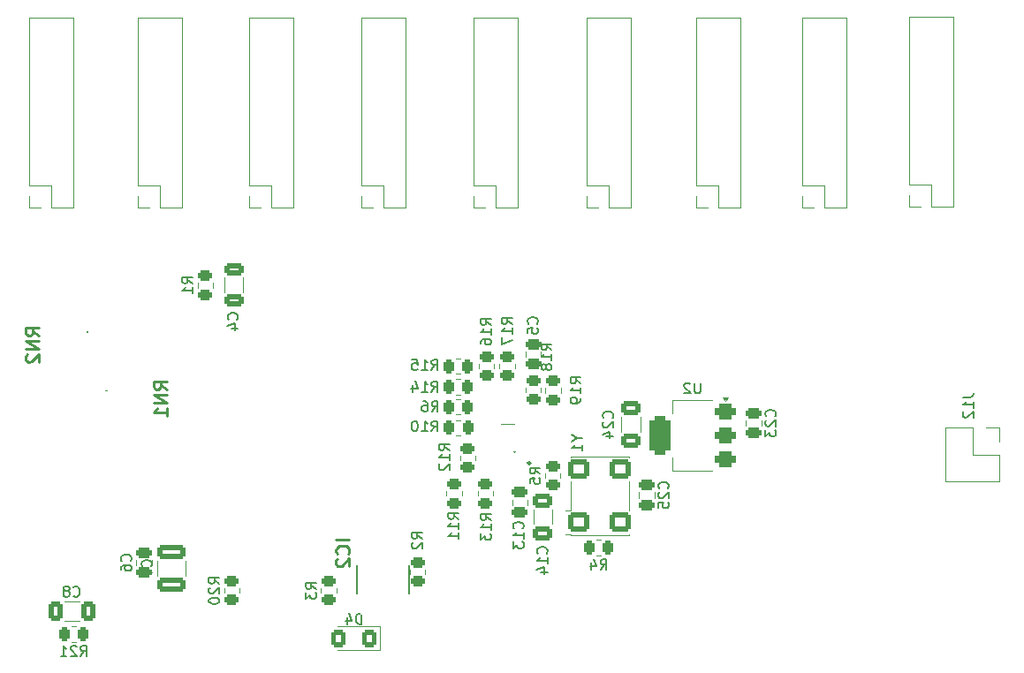
<source format=gbr>
%TF.GenerationSoftware,KiCad,Pcbnew,9.0.4*%
%TF.CreationDate,2025-10-14T22:23:38+02:00*%
%TF.ProjectId,Antminer_hat_PCB,416e746d-696e-4657-925f-6861745f5043,rev?*%
%TF.SameCoordinates,Original*%
%TF.FileFunction,Legend,Bot*%
%TF.FilePolarity,Positive*%
%FSLAX46Y46*%
G04 Gerber Fmt 4.6, Leading zero omitted, Abs format (unit mm)*
G04 Created by KiCad (PCBNEW 9.0.4) date 2025-10-14 22:23:38*
%MOMM*%
%LPD*%
G01*
G04 APERTURE LIST*
G04 Aperture macros list*
%AMRoundRect*
0 Rectangle with rounded corners*
0 $1 Rounding radius*
0 $2 $3 $4 $5 $6 $7 $8 $9 X,Y pos of 4 corners*
0 Add a 4 corners polygon primitive as box body*
4,1,4,$2,$3,$4,$5,$6,$7,$8,$9,$2,$3,0*
0 Add four circle primitives for the rounded corners*
1,1,$1+$1,$2,$3*
1,1,$1+$1,$4,$5*
1,1,$1+$1,$6,$7*
1,1,$1+$1,$8,$9*
0 Add four rect primitives between the rounded corners*
20,1,$1+$1,$2,$3,$4,$5,0*
20,1,$1+$1,$4,$5,$6,$7,0*
20,1,$1+$1,$6,$7,$8,$9,0*
20,1,$1+$1,$8,$9,$2,$3,0*%
G04 Aperture macros list end*
%ADD10C,0.254000*%
%ADD11C,0.150000*%
%ADD12C,0.100000*%
%ADD13C,0.120000*%
%ADD14C,0.152400*%
%ADD15C,0.250000*%
%ADD16C,0.650000*%
%ADD17O,2.100000X1.000000*%
%ADD18O,1.800000X1.000000*%
%ADD19R,1.700000X1.700000*%
%ADD20C,1.700000*%
%ADD21C,1.420000*%
%ADD22C,2.050000*%
%ADD23O,3.300000X1.500000*%
%ADD24O,2.300000X1.500000*%
%ADD25C,3.500000*%
%ADD26R,1.905000X2.000000*%
%ADD27O,1.905000X2.000000*%
%ADD28R,0.900000X0.450000*%
%ADD29RoundRect,0.250000X0.450000X-0.262500X0.450000X0.262500X-0.450000X0.262500X-0.450000X-0.262500X0*%
%ADD30RoundRect,0.250000X0.475000X-0.250000X0.475000X0.250000X-0.475000X0.250000X-0.475000X-0.250000X0*%
%ADD31RoundRect,0.250000X-0.450000X0.262500X-0.450000X-0.262500X0.450000X-0.262500X0.450000X0.262500X0*%
%ADD32RoundRect,0.250000X0.262500X0.450000X-0.262500X0.450000X-0.262500X-0.450000X0.262500X-0.450000X0*%
%ADD33RoundRect,0.250000X-0.650000X0.325000X-0.650000X-0.325000X0.650000X-0.325000X0.650000X0.325000X0*%
%ADD34RoundRect,0.250000X-0.475000X0.250000X-0.475000X-0.250000X0.475000X-0.250000X0.475000X0.250000X0*%
%ADD35R,1.350000X1.350000*%
%ADD36C,1.350000*%
%ADD37RoundRect,0.250000X0.650000X-0.412500X0.650000X0.412500X-0.650000X0.412500X-0.650000X-0.412500X0*%
%ADD38R,0.558800X1.981200*%
%ADD39RoundRect,0.250000X-1.100000X0.412500X-1.100000X-0.412500X1.100000X-0.412500X1.100000X0.412500X0*%
%ADD40RoundRect,0.250000X0.412500X0.650000X-0.412500X0.650000X-0.412500X-0.650000X0.412500X-0.650000X0*%
%ADD41RoundRect,0.250000X0.750000X-0.650000X0.750000X0.650000X-0.750000X0.650000X-0.750000X-0.650000X0*%
%ADD42RoundRect,0.250000X-0.262500X-0.450000X0.262500X-0.450000X0.262500X0.450000X-0.262500X0.450000X0*%
%ADD43RoundRect,0.375000X0.625000X0.375000X-0.625000X0.375000X-0.625000X-0.375000X0.625000X-0.375000X0*%
%ADD44RoundRect,0.500000X0.500000X1.400000X-0.500000X1.400000X-0.500000X-1.400000X0.500000X-1.400000X0*%
%ADD45RoundRect,0.250001X0.462499X0.624999X-0.462499X0.624999X-0.462499X-0.624999X0.462499X-0.624999X0*%
%ADD46R,0.300000X0.900000*%
%ADD47R,0.900000X0.300000*%
%ADD48R,2.600000X2.600000*%
%ADD49RoundRect,0.250000X-0.650000X0.412500X-0.650000X-0.412500X0.650000X-0.412500X0.650000X0.412500X0*%
%ADD50C,7.000000*%
G04 APERTURE END LIST*
D10*
X27324318Y-79373095D02*
X26719556Y-78949761D01*
X27324318Y-78647380D02*
X26054318Y-78647380D01*
X26054318Y-78647380D02*
X26054318Y-79131190D01*
X26054318Y-79131190D02*
X26114794Y-79252142D01*
X26114794Y-79252142D02*
X26175270Y-79312619D01*
X26175270Y-79312619D02*
X26296222Y-79373095D01*
X26296222Y-79373095D02*
X26477651Y-79373095D01*
X26477651Y-79373095D02*
X26598603Y-79312619D01*
X26598603Y-79312619D02*
X26659080Y-79252142D01*
X26659080Y-79252142D02*
X26719556Y-79131190D01*
X26719556Y-79131190D02*
X26719556Y-78647380D01*
X27324318Y-79917380D02*
X26054318Y-79917380D01*
X26054318Y-79917380D02*
X27324318Y-80643095D01*
X27324318Y-80643095D02*
X26054318Y-80643095D01*
X26175270Y-81187380D02*
X26114794Y-81247856D01*
X26114794Y-81247856D02*
X26054318Y-81368809D01*
X26054318Y-81368809D02*
X26054318Y-81671190D01*
X26054318Y-81671190D02*
X26114794Y-81792142D01*
X26114794Y-81792142D02*
X26175270Y-81852618D01*
X26175270Y-81852618D02*
X26296222Y-81913095D01*
X26296222Y-81913095D02*
X26417175Y-81913095D01*
X26417175Y-81913095D02*
X26598603Y-81852618D01*
X26598603Y-81852618D02*
X27324318Y-81126904D01*
X27324318Y-81126904D02*
X27324318Y-81913095D01*
D11*
X64054819Y-98833333D02*
X63578628Y-98500000D01*
X64054819Y-98261905D02*
X63054819Y-98261905D01*
X63054819Y-98261905D02*
X63054819Y-98642857D01*
X63054819Y-98642857D02*
X63102438Y-98738095D01*
X63102438Y-98738095D02*
X63150057Y-98785714D01*
X63150057Y-98785714D02*
X63245295Y-98833333D01*
X63245295Y-98833333D02*
X63388152Y-98833333D01*
X63388152Y-98833333D02*
X63483390Y-98785714D01*
X63483390Y-98785714D02*
X63531009Y-98738095D01*
X63531009Y-98738095D02*
X63578628Y-98642857D01*
X63578628Y-98642857D02*
X63578628Y-98261905D01*
X63150057Y-99214286D02*
X63102438Y-99261905D01*
X63102438Y-99261905D02*
X63054819Y-99357143D01*
X63054819Y-99357143D02*
X63054819Y-99595238D01*
X63054819Y-99595238D02*
X63102438Y-99690476D01*
X63102438Y-99690476D02*
X63150057Y-99738095D01*
X63150057Y-99738095D02*
X63245295Y-99785714D01*
X63245295Y-99785714D02*
X63340533Y-99785714D01*
X63340533Y-99785714D02*
X63483390Y-99738095D01*
X63483390Y-99738095D02*
X64054819Y-99166667D01*
X64054819Y-99166667D02*
X64054819Y-99785714D01*
X97839580Y-87107142D02*
X97887200Y-87059523D01*
X97887200Y-87059523D02*
X97934819Y-86916666D01*
X97934819Y-86916666D02*
X97934819Y-86821428D01*
X97934819Y-86821428D02*
X97887200Y-86678571D01*
X97887200Y-86678571D02*
X97791961Y-86583333D01*
X97791961Y-86583333D02*
X97696723Y-86535714D01*
X97696723Y-86535714D02*
X97506247Y-86488095D01*
X97506247Y-86488095D02*
X97363390Y-86488095D01*
X97363390Y-86488095D02*
X97172914Y-86535714D01*
X97172914Y-86535714D02*
X97077676Y-86583333D01*
X97077676Y-86583333D02*
X96982438Y-86678571D01*
X96982438Y-86678571D02*
X96934819Y-86821428D01*
X96934819Y-86821428D02*
X96934819Y-86916666D01*
X96934819Y-86916666D02*
X96982438Y-87059523D01*
X96982438Y-87059523D02*
X97030057Y-87107142D01*
X97030057Y-87488095D02*
X96982438Y-87535714D01*
X96982438Y-87535714D02*
X96934819Y-87630952D01*
X96934819Y-87630952D02*
X96934819Y-87869047D01*
X96934819Y-87869047D02*
X96982438Y-87964285D01*
X96982438Y-87964285D02*
X97030057Y-88011904D01*
X97030057Y-88011904D02*
X97125295Y-88059523D01*
X97125295Y-88059523D02*
X97220533Y-88059523D01*
X97220533Y-88059523D02*
X97363390Y-88011904D01*
X97363390Y-88011904D02*
X97934819Y-87440476D01*
X97934819Y-87440476D02*
X97934819Y-88059523D01*
X96934819Y-88392857D02*
X96934819Y-89011904D01*
X96934819Y-89011904D02*
X97315771Y-88678571D01*
X97315771Y-88678571D02*
X97315771Y-88821428D01*
X97315771Y-88821428D02*
X97363390Y-88916666D01*
X97363390Y-88916666D02*
X97411009Y-88964285D01*
X97411009Y-88964285D02*
X97506247Y-89011904D01*
X97506247Y-89011904D02*
X97744342Y-89011904D01*
X97744342Y-89011904D02*
X97839580Y-88964285D01*
X97839580Y-88964285D02*
X97887200Y-88916666D01*
X97887200Y-88916666D02*
X97934819Y-88821428D01*
X97934819Y-88821428D02*
X97934819Y-88535714D01*
X97934819Y-88535714D02*
X97887200Y-88440476D01*
X97887200Y-88440476D02*
X97839580Y-88392857D01*
X44604819Y-103169642D02*
X44128628Y-102836309D01*
X44604819Y-102598214D02*
X43604819Y-102598214D01*
X43604819Y-102598214D02*
X43604819Y-102979166D01*
X43604819Y-102979166D02*
X43652438Y-103074404D01*
X43652438Y-103074404D02*
X43700057Y-103122023D01*
X43700057Y-103122023D02*
X43795295Y-103169642D01*
X43795295Y-103169642D02*
X43938152Y-103169642D01*
X43938152Y-103169642D02*
X44033390Y-103122023D01*
X44033390Y-103122023D02*
X44081009Y-103074404D01*
X44081009Y-103074404D02*
X44128628Y-102979166D01*
X44128628Y-102979166D02*
X44128628Y-102598214D01*
X43700057Y-103550595D02*
X43652438Y-103598214D01*
X43652438Y-103598214D02*
X43604819Y-103693452D01*
X43604819Y-103693452D02*
X43604819Y-103931547D01*
X43604819Y-103931547D02*
X43652438Y-104026785D01*
X43652438Y-104026785D02*
X43700057Y-104074404D01*
X43700057Y-104074404D02*
X43795295Y-104122023D01*
X43795295Y-104122023D02*
X43890533Y-104122023D01*
X43890533Y-104122023D02*
X44033390Y-104074404D01*
X44033390Y-104074404D02*
X44604819Y-103502976D01*
X44604819Y-103502976D02*
X44604819Y-104122023D01*
X43604819Y-104741071D02*
X43604819Y-104836309D01*
X43604819Y-104836309D02*
X43652438Y-104931547D01*
X43652438Y-104931547D02*
X43700057Y-104979166D01*
X43700057Y-104979166D02*
X43795295Y-105026785D01*
X43795295Y-105026785D02*
X43985771Y-105074404D01*
X43985771Y-105074404D02*
X44223866Y-105074404D01*
X44223866Y-105074404D02*
X44414342Y-105026785D01*
X44414342Y-105026785D02*
X44509580Y-104979166D01*
X44509580Y-104979166D02*
X44557200Y-104931547D01*
X44557200Y-104931547D02*
X44604819Y-104836309D01*
X44604819Y-104836309D02*
X44604819Y-104741071D01*
X44604819Y-104741071D02*
X44557200Y-104645833D01*
X44557200Y-104645833D02*
X44509580Y-104598214D01*
X44509580Y-104598214D02*
X44414342Y-104550595D01*
X44414342Y-104550595D02*
X44223866Y-104502976D01*
X44223866Y-104502976D02*
X43985771Y-104502976D01*
X43985771Y-104502976D02*
X43795295Y-104550595D01*
X43795295Y-104550595D02*
X43700057Y-104598214D01*
X43700057Y-104598214D02*
X43652438Y-104645833D01*
X43652438Y-104645833D02*
X43604819Y-104741071D01*
X64942857Y-82654819D02*
X65276190Y-82178628D01*
X65514285Y-82654819D02*
X65514285Y-81654819D01*
X65514285Y-81654819D02*
X65133333Y-81654819D01*
X65133333Y-81654819D02*
X65038095Y-81702438D01*
X65038095Y-81702438D02*
X64990476Y-81750057D01*
X64990476Y-81750057D02*
X64942857Y-81845295D01*
X64942857Y-81845295D02*
X64942857Y-81988152D01*
X64942857Y-81988152D02*
X64990476Y-82083390D01*
X64990476Y-82083390D02*
X65038095Y-82131009D01*
X65038095Y-82131009D02*
X65133333Y-82178628D01*
X65133333Y-82178628D02*
X65514285Y-82178628D01*
X63990476Y-82654819D02*
X64561904Y-82654819D01*
X64276190Y-82654819D02*
X64276190Y-81654819D01*
X64276190Y-81654819D02*
X64371428Y-81797676D01*
X64371428Y-81797676D02*
X64466666Y-81892914D01*
X64466666Y-81892914D02*
X64561904Y-81940533D01*
X63085714Y-81654819D02*
X63561904Y-81654819D01*
X63561904Y-81654819D02*
X63609523Y-82131009D01*
X63609523Y-82131009D02*
X63561904Y-82083390D01*
X63561904Y-82083390D02*
X63466666Y-82035771D01*
X63466666Y-82035771D02*
X63228571Y-82035771D01*
X63228571Y-82035771D02*
X63133333Y-82083390D01*
X63133333Y-82083390D02*
X63085714Y-82131009D01*
X63085714Y-82131009D02*
X63038095Y-82226247D01*
X63038095Y-82226247D02*
X63038095Y-82464342D01*
X63038095Y-82464342D02*
X63085714Y-82559580D01*
X63085714Y-82559580D02*
X63133333Y-82607200D01*
X63133333Y-82607200D02*
X63228571Y-82654819D01*
X63228571Y-82654819D02*
X63466666Y-82654819D01*
X63466666Y-82654819D02*
X63561904Y-82607200D01*
X63561904Y-82607200D02*
X63609523Y-82559580D01*
X75354819Y-92620833D02*
X74878628Y-92287500D01*
X75354819Y-92049405D02*
X74354819Y-92049405D01*
X74354819Y-92049405D02*
X74354819Y-92430357D01*
X74354819Y-92430357D02*
X74402438Y-92525595D01*
X74402438Y-92525595D02*
X74450057Y-92573214D01*
X74450057Y-92573214D02*
X74545295Y-92620833D01*
X74545295Y-92620833D02*
X74688152Y-92620833D01*
X74688152Y-92620833D02*
X74783390Y-92573214D01*
X74783390Y-92573214D02*
X74831009Y-92525595D01*
X74831009Y-92525595D02*
X74878628Y-92430357D01*
X74878628Y-92430357D02*
X74878628Y-92049405D01*
X74354819Y-93525595D02*
X74354819Y-93049405D01*
X74354819Y-93049405D02*
X74831009Y-93001786D01*
X74831009Y-93001786D02*
X74783390Y-93049405D01*
X74783390Y-93049405D02*
X74735771Y-93144643D01*
X74735771Y-93144643D02*
X74735771Y-93382738D01*
X74735771Y-93382738D02*
X74783390Y-93477976D01*
X74783390Y-93477976D02*
X74831009Y-93525595D01*
X74831009Y-93525595D02*
X74926247Y-93573214D01*
X74926247Y-93573214D02*
X75164342Y-93573214D01*
X75164342Y-93573214D02*
X75259580Y-93525595D01*
X75259580Y-93525595D02*
X75307200Y-93477976D01*
X75307200Y-93477976D02*
X75354819Y-93382738D01*
X75354819Y-93382738D02*
X75354819Y-93144643D01*
X75354819Y-93144643D02*
X75307200Y-93049405D01*
X75307200Y-93049405D02*
X75259580Y-93001786D01*
D10*
X39574318Y-84523095D02*
X38969556Y-84099761D01*
X39574318Y-83797380D02*
X38304318Y-83797380D01*
X38304318Y-83797380D02*
X38304318Y-84281190D01*
X38304318Y-84281190D02*
X38364794Y-84402142D01*
X38364794Y-84402142D02*
X38425270Y-84462619D01*
X38425270Y-84462619D02*
X38546222Y-84523095D01*
X38546222Y-84523095D02*
X38727651Y-84523095D01*
X38727651Y-84523095D02*
X38848603Y-84462619D01*
X38848603Y-84462619D02*
X38909080Y-84402142D01*
X38909080Y-84402142D02*
X38969556Y-84281190D01*
X38969556Y-84281190D02*
X38969556Y-83797380D01*
X39574318Y-85067380D02*
X38304318Y-85067380D01*
X38304318Y-85067380D02*
X39574318Y-85793095D01*
X39574318Y-85793095D02*
X38304318Y-85793095D01*
X39574318Y-87063095D02*
X39574318Y-86337380D01*
X39574318Y-86700237D02*
X38304318Y-86700237D01*
X38304318Y-86700237D02*
X38485746Y-86579285D01*
X38485746Y-86579285D02*
X38606699Y-86458333D01*
X38606699Y-86458333D02*
X38667175Y-86337380D01*
D11*
X46309580Y-77833333D02*
X46357200Y-77785714D01*
X46357200Y-77785714D02*
X46404819Y-77642857D01*
X46404819Y-77642857D02*
X46404819Y-77547619D01*
X46404819Y-77547619D02*
X46357200Y-77404762D01*
X46357200Y-77404762D02*
X46261961Y-77309524D01*
X46261961Y-77309524D02*
X46166723Y-77261905D01*
X46166723Y-77261905D02*
X45976247Y-77214286D01*
X45976247Y-77214286D02*
X45833390Y-77214286D01*
X45833390Y-77214286D02*
X45642914Y-77261905D01*
X45642914Y-77261905D02*
X45547676Y-77309524D01*
X45547676Y-77309524D02*
X45452438Y-77404762D01*
X45452438Y-77404762D02*
X45404819Y-77547619D01*
X45404819Y-77547619D02*
X45404819Y-77642857D01*
X45404819Y-77642857D02*
X45452438Y-77785714D01*
X45452438Y-77785714D02*
X45500057Y-77833333D01*
X45738152Y-78690476D02*
X46404819Y-78690476D01*
X45357200Y-78452381D02*
X46071485Y-78214286D01*
X46071485Y-78214286D02*
X46071485Y-78833333D01*
X64966666Y-86654819D02*
X65299999Y-86178628D01*
X65538094Y-86654819D02*
X65538094Y-85654819D01*
X65538094Y-85654819D02*
X65157142Y-85654819D01*
X65157142Y-85654819D02*
X65061904Y-85702438D01*
X65061904Y-85702438D02*
X65014285Y-85750057D01*
X65014285Y-85750057D02*
X64966666Y-85845295D01*
X64966666Y-85845295D02*
X64966666Y-85988152D01*
X64966666Y-85988152D02*
X65014285Y-86083390D01*
X65014285Y-86083390D02*
X65061904Y-86131009D01*
X65061904Y-86131009D02*
X65157142Y-86178628D01*
X65157142Y-86178628D02*
X65538094Y-86178628D01*
X64109523Y-85654819D02*
X64299999Y-85654819D01*
X64299999Y-85654819D02*
X64395237Y-85702438D01*
X64395237Y-85702438D02*
X64442856Y-85750057D01*
X64442856Y-85750057D02*
X64538094Y-85892914D01*
X64538094Y-85892914D02*
X64585713Y-86083390D01*
X64585713Y-86083390D02*
X64585713Y-86464342D01*
X64585713Y-86464342D02*
X64538094Y-86559580D01*
X64538094Y-86559580D02*
X64490475Y-86607200D01*
X64490475Y-86607200D02*
X64395237Y-86654819D01*
X64395237Y-86654819D02*
X64204761Y-86654819D01*
X64204761Y-86654819D02*
X64109523Y-86607200D01*
X64109523Y-86607200D02*
X64061904Y-86559580D01*
X64061904Y-86559580D02*
X64014285Y-86464342D01*
X64014285Y-86464342D02*
X64014285Y-86226247D01*
X64014285Y-86226247D02*
X64061904Y-86131009D01*
X64061904Y-86131009D02*
X64109523Y-86083390D01*
X64109523Y-86083390D02*
X64204761Y-86035771D01*
X64204761Y-86035771D02*
X64395237Y-86035771D01*
X64395237Y-86035771D02*
X64490475Y-86083390D01*
X64490475Y-86083390D02*
X64538094Y-86131009D01*
X64538094Y-86131009D02*
X64585713Y-86226247D01*
X76454819Y-80757142D02*
X75978628Y-80423809D01*
X76454819Y-80185714D02*
X75454819Y-80185714D01*
X75454819Y-80185714D02*
X75454819Y-80566666D01*
X75454819Y-80566666D02*
X75502438Y-80661904D01*
X75502438Y-80661904D02*
X75550057Y-80709523D01*
X75550057Y-80709523D02*
X75645295Y-80757142D01*
X75645295Y-80757142D02*
X75788152Y-80757142D01*
X75788152Y-80757142D02*
X75883390Y-80709523D01*
X75883390Y-80709523D02*
X75931009Y-80661904D01*
X75931009Y-80661904D02*
X75978628Y-80566666D01*
X75978628Y-80566666D02*
X75978628Y-80185714D01*
X76454819Y-81709523D02*
X76454819Y-81138095D01*
X76454819Y-81423809D02*
X75454819Y-81423809D01*
X75454819Y-81423809D02*
X75597676Y-81328571D01*
X75597676Y-81328571D02*
X75692914Y-81233333D01*
X75692914Y-81233333D02*
X75740533Y-81138095D01*
X75883390Y-82280952D02*
X75835771Y-82185714D01*
X75835771Y-82185714D02*
X75788152Y-82138095D01*
X75788152Y-82138095D02*
X75692914Y-82090476D01*
X75692914Y-82090476D02*
X75645295Y-82090476D01*
X75645295Y-82090476D02*
X75550057Y-82138095D01*
X75550057Y-82138095D02*
X75502438Y-82185714D01*
X75502438Y-82185714D02*
X75454819Y-82280952D01*
X75454819Y-82280952D02*
X75454819Y-82471428D01*
X75454819Y-82471428D02*
X75502438Y-82566666D01*
X75502438Y-82566666D02*
X75550057Y-82614285D01*
X75550057Y-82614285D02*
X75645295Y-82661904D01*
X75645295Y-82661904D02*
X75692914Y-82661904D01*
X75692914Y-82661904D02*
X75788152Y-82614285D01*
X75788152Y-82614285D02*
X75835771Y-82566666D01*
X75835771Y-82566666D02*
X75883390Y-82471428D01*
X75883390Y-82471428D02*
X75883390Y-82280952D01*
X75883390Y-82280952D02*
X75931009Y-82185714D01*
X75931009Y-82185714D02*
X75978628Y-82138095D01*
X75978628Y-82138095D02*
X76073866Y-82090476D01*
X76073866Y-82090476D02*
X76264342Y-82090476D01*
X76264342Y-82090476D02*
X76359580Y-82138095D01*
X76359580Y-82138095D02*
X76407200Y-82185714D01*
X76407200Y-82185714D02*
X76454819Y-82280952D01*
X76454819Y-82280952D02*
X76454819Y-82471428D01*
X76454819Y-82471428D02*
X76407200Y-82566666D01*
X76407200Y-82566666D02*
X76359580Y-82614285D01*
X76359580Y-82614285D02*
X76264342Y-82661904D01*
X76264342Y-82661904D02*
X76073866Y-82661904D01*
X76073866Y-82661904D02*
X75978628Y-82614285D01*
X75978628Y-82614285D02*
X75931009Y-82566666D01*
X75931009Y-82566666D02*
X75883390Y-82471428D01*
X36079580Y-100983333D02*
X36127200Y-100935714D01*
X36127200Y-100935714D02*
X36174819Y-100792857D01*
X36174819Y-100792857D02*
X36174819Y-100697619D01*
X36174819Y-100697619D02*
X36127200Y-100554762D01*
X36127200Y-100554762D02*
X36031961Y-100459524D01*
X36031961Y-100459524D02*
X35936723Y-100411905D01*
X35936723Y-100411905D02*
X35746247Y-100364286D01*
X35746247Y-100364286D02*
X35603390Y-100364286D01*
X35603390Y-100364286D02*
X35412914Y-100411905D01*
X35412914Y-100411905D02*
X35317676Y-100459524D01*
X35317676Y-100459524D02*
X35222438Y-100554762D01*
X35222438Y-100554762D02*
X35174819Y-100697619D01*
X35174819Y-100697619D02*
X35174819Y-100792857D01*
X35174819Y-100792857D02*
X35222438Y-100935714D01*
X35222438Y-100935714D02*
X35270057Y-100983333D01*
X35174819Y-101840476D02*
X35174819Y-101650000D01*
X35174819Y-101650000D02*
X35222438Y-101554762D01*
X35222438Y-101554762D02*
X35270057Y-101507143D01*
X35270057Y-101507143D02*
X35412914Y-101411905D01*
X35412914Y-101411905D02*
X35603390Y-101364286D01*
X35603390Y-101364286D02*
X35984342Y-101364286D01*
X35984342Y-101364286D02*
X36079580Y-101411905D01*
X36079580Y-101411905D02*
X36127200Y-101459524D01*
X36127200Y-101459524D02*
X36174819Y-101554762D01*
X36174819Y-101554762D02*
X36174819Y-101745238D01*
X36174819Y-101745238D02*
X36127200Y-101840476D01*
X36127200Y-101840476D02*
X36079580Y-101888095D01*
X36079580Y-101888095D02*
X35984342Y-101935714D01*
X35984342Y-101935714D02*
X35746247Y-101935714D01*
X35746247Y-101935714D02*
X35651009Y-101888095D01*
X35651009Y-101888095D02*
X35603390Y-101840476D01*
X35603390Y-101840476D02*
X35555771Y-101745238D01*
X35555771Y-101745238D02*
X35555771Y-101554762D01*
X35555771Y-101554762D02*
X35603390Y-101459524D01*
X35603390Y-101459524D02*
X35651009Y-101411905D01*
X35651009Y-101411905D02*
X35746247Y-101364286D01*
X64942857Y-84754819D02*
X65276190Y-84278628D01*
X65514285Y-84754819D02*
X65514285Y-83754819D01*
X65514285Y-83754819D02*
X65133333Y-83754819D01*
X65133333Y-83754819D02*
X65038095Y-83802438D01*
X65038095Y-83802438D02*
X64990476Y-83850057D01*
X64990476Y-83850057D02*
X64942857Y-83945295D01*
X64942857Y-83945295D02*
X64942857Y-84088152D01*
X64942857Y-84088152D02*
X64990476Y-84183390D01*
X64990476Y-84183390D02*
X65038095Y-84231009D01*
X65038095Y-84231009D02*
X65133333Y-84278628D01*
X65133333Y-84278628D02*
X65514285Y-84278628D01*
X63990476Y-84754819D02*
X64561904Y-84754819D01*
X64276190Y-84754819D02*
X64276190Y-83754819D01*
X64276190Y-83754819D02*
X64371428Y-83897676D01*
X64371428Y-83897676D02*
X64466666Y-83992914D01*
X64466666Y-83992914D02*
X64561904Y-84040533D01*
X63133333Y-84088152D02*
X63133333Y-84754819D01*
X63371428Y-83707200D02*
X63609523Y-84421485D01*
X63609523Y-84421485D02*
X62990476Y-84421485D01*
X115849819Y-85285476D02*
X116564104Y-85285476D01*
X116564104Y-85285476D02*
X116706961Y-85237857D01*
X116706961Y-85237857D02*
X116802200Y-85142619D01*
X116802200Y-85142619D02*
X116849819Y-84999762D01*
X116849819Y-84999762D02*
X116849819Y-84904524D01*
X116849819Y-86285476D02*
X116849819Y-85714048D01*
X116849819Y-85999762D02*
X115849819Y-85999762D01*
X115849819Y-85999762D02*
X115992676Y-85904524D01*
X115992676Y-85904524D02*
X116087914Y-85809286D01*
X116087914Y-85809286D02*
X116135533Y-85714048D01*
X115945057Y-86666429D02*
X115897438Y-86714048D01*
X115897438Y-86714048D02*
X115849819Y-86809286D01*
X115849819Y-86809286D02*
X115849819Y-87047381D01*
X115849819Y-87047381D02*
X115897438Y-87142619D01*
X115897438Y-87142619D02*
X115945057Y-87190238D01*
X115945057Y-87190238D02*
X116040295Y-87237857D01*
X116040295Y-87237857D02*
X116135533Y-87237857D01*
X116135533Y-87237857D02*
X116278390Y-87190238D01*
X116278390Y-87190238D02*
X116849819Y-86618810D01*
X116849819Y-86618810D02*
X116849819Y-87237857D01*
X82259580Y-87257142D02*
X82307200Y-87209523D01*
X82307200Y-87209523D02*
X82354819Y-87066666D01*
X82354819Y-87066666D02*
X82354819Y-86971428D01*
X82354819Y-86971428D02*
X82307200Y-86828571D01*
X82307200Y-86828571D02*
X82211961Y-86733333D01*
X82211961Y-86733333D02*
X82116723Y-86685714D01*
X82116723Y-86685714D02*
X81926247Y-86638095D01*
X81926247Y-86638095D02*
X81783390Y-86638095D01*
X81783390Y-86638095D02*
X81592914Y-86685714D01*
X81592914Y-86685714D02*
X81497676Y-86733333D01*
X81497676Y-86733333D02*
X81402438Y-86828571D01*
X81402438Y-86828571D02*
X81354819Y-86971428D01*
X81354819Y-86971428D02*
X81354819Y-87066666D01*
X81354819Y-87066666D02*
X81402438Y-87209523D01*
X81402438Y-87209523D02*
X81450057Y-87257142D01*
X81450057Y-87638095D02*
X81402438Y-87685714D01*
X81402438Y-87685714D02*
X81354819Y-87780952D01*
X81354819Y-87780952D02*
X81354819Y-88019047D01*
X81354819Y-88019047D02*
X81402438Y-88114285D01*
X81402438Y-88114285D02*
X81450057Y-88161904D01*
X81450057Y-88161904D02*
X81545295Y-88209523D01*
X81545295Y-88209523D02*
X81640533Y-88209523D01*
X81640533Y-88209523D02*
X81783390Y-88161904D01*
X81783390Y-88161904D02*
X82354819Y-87590476D01*
X82354819Y-87590476D02*
X82354819Y-88209523D01*
X81688152Y-89066666D02*
X82354819Y-89066666D01*
X81307200Y-88828571D02*
X82021485Y-88590476D01*
X82021485Y-88590476D02*
X82021485Y-89209523D01*
X67554819Y-96957142D02*
X67078628Y-96623809D01*
X67554819Y-96385714D02*
X66554819Y-96385714D01*
X66554819Y-96385714D02*
X66554819Y-96766666D01*
X66554819Y-96766666D02*
X66602438Y-96861904D01*
X66602438Y-96861904D02*
X66650057Y-96909523D01*
X66650057Y-96909523D02*
X66745295Y-96957142D01*
X66745295Y-96957142D02*
X66888152Y-96957142D01*
X66888152Y-96957142D02*
X66983390Y-96909523D01*
X66983390Y-96909523D02*
X67031009Y-96861904D01*
X67031009Y-96861904D02*
X67078628Y-96766666D01*
X67078628Y-96766666D02*
X67078628Y-96385714D01*
X67554819Y-97909523D02*
X67554819Y-97338095D01*
X67554819Y-97623809D02*
X66554819Y-97623809D01*
X66554819Y-97623809D02*
X66697676Y-97528571D01*
X66697676Y-97528571D02*
X66792914Y-97433333D01*
X66792914Y-97433333D02*
X66840533Y-97338095D01*
X67554819Y-98861904D02*
X67554819Y-98290476D01*
X67554819Y-98576190D02*
X66554819Y-98576190D01*
X66554819Y-98576190D02*
X66697676Y-98480952D01*
X66697676Y-98480952D02*
X66792914Y-98385714D01*
X66792914Y-98385714D02*
X66840533Y-98290476D01*
D10*
X57074318Y-98960237D02*
X55804318Y-98960237D01*
X56953365Y-100290714D02*
X57013842Y-100230238D01*
X57013842Y-100230238D02*
X57074318Y-100048809D01*
X57074318Y-100048809D02*
X57074318Y-99927857D01*
X57074318Y-99927857D02*
X57013842Y-99746428D01*
X57013842Y-99746428D02*
X56892889Y-99625476D01*
X56892889Y-99625476D02*
X56771937Y-99564999D01*
X56771937Y-99564999D02*
X56530032Y-99504523D01*
X56530032Y-99504523D02*
X56348603Y-99504523D01*
X56348603Y-99504523D02*
X56106699Y-99564999D01*
X56106699Y-99564999D02*
X55985746Y-99625476D01*
X55985746Y-99625476D02*
X55864794Y-99746428D01*
X55864794Y-99746428D02*
X55804318Y-99927857D01*
X55804318Y-99927857D02*
X55804318Y-100048809D01*
X55804318Y-100048809D02*
X55864794Y-100230238D01*
X55864794Y-100230238D02*
X55925270Y-100290714D01*
X55925270Y-100774523D02*
X55864794Y-100834999D01*
X55864794Y-100834999D02*
X55804318Y-100955952D01*
X55804318Y-100955952D02*
X55804318Y-101258333D01*
X55804318Y-101258333D02*
X55864794Y-101379285D01*
X55864794Y-101379285D02*
X55925270Y-101439761D01*
X55925270Y-101439761D02*
X56046222Y-101500238D01*
X56046222Y-101500238D02*
X56167175Y-101500238D01*
X56167175Y-101500238D02*
X56348603Y-101439761D01*
X56348603Y-101439761D02*
X57074318Y-100714047D01*
X57074318Y-100714047D02*
X57074318Y-101500238D01*
D11*
X70654819Y-97057142D02*
X70178628Y-96723809D01*
X70654819Y-96485714D02*
X69654819Y-96485714D01*
X69654819Y-96485714D02*
X69654819Y-96866666D01*
X69654819Y-96866666D02*
X69702438Y-96961904D01*
X69702438Y-96961904D02*
X69750057Y-97009523D01*
X69750057Y-97009523D02*
X69845295Y-97057142D01*
X69845295Y-97057142D02*
X69988152Y-97057142D01*
X69988152Y-97057142D02*
X70083390Y-97009523D01*
X70083390Y-97009523D02*
X70131009Y-96961904D01*
X70131009Y-96961904D02*
X70178628Y-96866666D01*
X70178628Y-96866666D02*
X70178628Y-96485714D01*
X70654819Y-98009523D02*
X70654819Y-97438095D01*
X70654819Y-97723809D02*
X69654819Y-97723809D01*
X69654819Y-97723809D02*
X69797676Y-97628571D01*
X69797676Y-97628571D02*
X69892914Y-97533333D01*
X69892914Y-97533333D02*
X69940533Y-97438095D01*
X69654819Y-98342857D02*
X69654819Y-98961904D01*
X69654819Y-98961904D02*
X70035771Y-98628571D01*
X70035771Y-98628571D02*
X70035771Y-98771428D01*
X70035771Y-98771428D02*
X70083390Y-98866666D01*
X70083390Y-98866666D02*
X70131009Y-98914285D01*
X70131009Y-98914285D02*
X70226247Y-98961904D01*
X70226247Y-98961904D02*
X70464342Y-98961904D01*
X70464342Y-98961904D02*
X70559580Y-98914285D01*
X70559580Y-98914285D02*
X70607200Y-98866666D01*
X70607200Y-98866666D02*
X70654819Y-98771428D01*
X70654819Y-98771428D02*
X70654819Y-98485714D01*
X70654819Y-98485714D02*
X70607200Y-98390476D01*
X70607200Y-98390476D02*
X70559580Y-98342857D01*
X38059580Y-101495833D02*
X38107200Y-101448214D01*
X38107200Y-101448214D02*
X38154819Y-101305357D01*
X38154819Y-101305357D02*
X38154819Y-101210119D01*
X38154819Y-101210119D02*
X38107200Y-101067262D01*
X38107200Y-101067262D02*
X38011961Y-100972024D01*
X38011961Y-100972024D02*
X37916723Y-100924405D01*
X37916723Y-100924405D02*
X37726247Y-100876786D01*
X37726247Y-100876786D02*
X37583390Y-100876786D01*
X37583390Y-100876786D02*
X37392914Y-100924405D01*
X37392914Y-100924405D02*
X37297676Y-100972024D01*
X37297676Y-100972024D02*
X37202438Y-101067262D01*
X37202438Y-101067262D02*
X37154819Y-101210119D01*
X37154819Y-101210119D02*
X37154819Y-101305357D01*
X37154819Y-101305357D02*
X37202438Y-101448214D01*
X37202438Y-101448214D02*
X37250057Y-101495833D01*
X37154819Y-101829167D02*
X37154819Y-102495833D01*
X37154819Y-102495833D02*
X38154819Y-102067262D01*
X30629166Y-104309580D02*
X30676785Y-104357200D01*
X30676785Y-104357200D02*
X30819642Y-104404819D01*
X30819642Y-104404819D02*
X30914880Y-104404819D01*
X30914880Y-104404819D02*
X31057737Y-104357200D01*
X31057737Y-104357200D02*
X31152975Y-104261961D01*
X31152975Y-104261961D02*
X31200594Y-104166723D01*
X31200594Y-104166723D02*
X31248213Y-103976247D01*
X31248213Y-103976247D02*
X31248213Y-103833390D01*
X31248213Y-103833390D02*
X31200594Y-103642914D01*
X31200594Y-103642914D02*
X31152975Y-103547676D01*
X31152975Y-103547676D02*
X31057737Y-103452438D01*
X31057737Y-103452438D02*
X30914880Y-103404819D01*
X30914880Y-103404819D02*
X30819642Y-103404819D01*
X30819642Y-103404819D02*
X30676785Y-103452438D01*
X30676785Y-103452438D02*
X30629166Y-103500057D01*
X30057737Y-103833390D02*
X30152975Y-103785771D01*
X30152975Y-103785771D02*
X30200594Y-103738152D01*
X30200594Y-103738152D02*
X30248213Y-103642914D01*
X30248213Y-103642914D02*
X30248213Y-103595295D01*
X30248213Y-103595295D02*
X30200594Y-103500057D01*
X30200594Y-103500057D02*
X30152975Y-103452438D01*
X30152975Y-103452438D02*
X30057737Y-103404819D01*
X30057737Y-103404819D02*
X29867261Y-103404819D01*
X29867261Y-103404819D02*
X29772023Y-103452438D01*
X29772023Y-103452438D02*
X29724404Y-103500057D01*
X29724404Y-103500057D02*
X29676785Y-103595295D01*
X29676785Y-103595295D02*
X29676785Y-103642914D01*
X29676785Y-103642914D02*
X29724404Y-103738152D01*
X29724404Y-103738152D02*
X29772023Y-103785771D01*
X29772023Y-103785771D02*
X29867261Y-103833390D01*
X29867261Y-103833390D02*
X30057737Y-103833390D01*
X30057737Y-103833390D02*
X30152975Y-103881009D01*
X30152975Y-103881009D02*
X30200594Y-103928628D01*
X30200594Y-103928628D02*
X30248213Y-104023866D01*
X30248213Y-104023866D02*
X30248213Y-104214342D01*
X30248213Y-104214342D02*
X30200594Y-104309580D01*
X30200594Y-104309580D02*
X30152975Y-104357200D01*
X30152975Y-104357200D02*
X30057737Y-104404819D01*
X30057737Y-104404819D02*
X29867261Y-104404819D01*
X29867261Y-104404819D02*
X29772023Y-104357200D01*
X29772023Y-104357200D02*
X29724404Y-104309580D01*
X29724404Y-104309580D02*
X29676785Y-104214342D01*
X29676785Y-104214342D02*
X29676785Y-104023866D01*
X29676785Y-104023866D02*
X29724404Y-103928628D01*
X29724404Y-103928628D02*
X29772023Y-103881009D01*
X29772023Y-103881009D02*
X29867261Y-103833390D01*
X78878628Y-89223809D02*
X79354819Y-89223809D01*
X78354819Y-88890476D02*
X78878628Y-89223809D01*
X78878628Y-89223809D02*
X78354819Y-89557142D01*
X79354819Y-90414285D02*
X79354819Y-89842857D01*
X79354819Y-90128571D02*
X78354819Y-90128571D01*
X78354819Y-90128571D02*
X78497676Y-90033333D01*
X78497676Y-90033333D02*
X78592914Y-89938095D01*
X78592914Y-89938095D02*
X78640533Y-89842857D01*
X64942857Y-88554819D02*
X65276190Y-88078628D01*
X65514285Y-88554819D02*
X65514285Y-87554819D01*
X65514285Y-87554819D02*
X65133333Y-87554819D01*
X65133333Y-87554819D02*
X65038095Y-87602438D01*
X65038095Y-87602438D02*
X64990476Y-87650057D01*
X64990476Y-87650057D02*
X64942857Y-87745295D01*
X64942857Y-87745295D02*
X64942857Y-87888152D01*
X64942857Y-87888152D02*
X64990476Y-87983390D01*
X64990476Y-87983390D02*
X65038095Y-88031009D01*
X65038095Y-88031009D02*
X65133333Y-88078628D01*
X65133333Y-88078628D02*
X65514285Y-88078628D01*
X63990476Y-88554819D02*
X64561904Y-88554819D01*
X64276190Y-88554819D02*
X64276190Y-87554819D01*
X64276190Y-87554819D02*
X64371428Y-87697676D01*
X64371428Y-87697676D02*
X64466666Y-87792914D01*
X64466666Y-87792914D02*
X64561904Y-87840533D01*
X63371428Y-87554819D02*
X63276190Y-87554819D01*
X63276190Y-87554819D02*
X63180952Y-87602438D01*
X63180952Y-87602438D02*
X63133333Y-87650057D01*
X63133333Y-87650057D02*
X63085714Y-87745295D01*
X63085714Y-87745295D02*
X63038095Y-87935771D01*
X63038095Y-87935771D02*
X63038095Y-88173866D01*
X63038095Y-88173866D02*
X63085714Y-88364342D01*
X63085714Y-88364342D02*
X63133333Y-88459580D01*
X63133333Y-88459580D02*
X63180952Y-88507200D01*
X63180952Y-88507200D02*
X63276190Y-88554819D01*
X63276190Y-88554819D02*
X63371428Y-88554819D01*
X63371428Y-88554819D02*
X63466666Y-88507200D01*
X63466666Y-88507200D02*
X63514285Y-88459580D01*
X63514285Y-88459580D02*
X63561904Y-88364342D01*
X63561904Y-88364342D02*
X63609523Y-88173866D01*
X63609523Y-88173866D02*
X63609523Y-87935771D01*
X63609523Y-87935771D02*
X63561904Y-87745295D01*
X63561904Y-87745295D02*
X63514285Y-87650057D01*
X63514285Y-87650057D02*
X63466666Y-87602438D01*
X63466666Y-87602438D02*
X63371428Y-87554819D01*
X42054819Y-74370833D02*
X41578628Y-74037500D01*
X42054819Y-73799405D02*
X41054819Y-73799405D01*
X41054819Y-73799405D02*
X41054819Y-74180357D01*
X41054819Y-74180357D02*
X41102438Y-74275595D01*
X41102438Y-74275595D02*
X41150057Y-74323214D01*
X41150057Y-74323214D02*
X41245295Y-74370833D01*
X41245295Y-74370833D02*
X41388152Y-74370833D01*
X41388152Y-74370833D02*
X41483390Y-74323214D01*
X41483390Y-74323214D02*
X41531009Y-74275595D01*
X41531009Y-74275595D02*
X41578628Y-74180357D01*
X41578628Y-74180357D02*
X41578628Y-73799405D01*
X42054819Y-75323214D02*
X42054819Y-74751786D01*
X42054819Y-75037500D02*
X41054819Y-75037500D01*
X41054819Y-75037500D02*
X41197676Y-74942262D01*
X41197676Y-74942262D02*
X41292914Y-74847024D01*
X41292914Y-74847024D02*
X41340533Y-74751786D01*
X70654819Y-78357142D02*
X70178628Y-78023809D01*
X70654819Y-77785714D02*
X69654819Y-77785714D01*
X69654819Y-77785714D02*
X69654819Y-78166666D01*
X69654819Y-78166666D02*
X69702438Y-78261904D01*
X69702438Y-78261904D02*
X69750057Y-78309523D01*
X69750057Y-78309523D02*
X69845295Y-78357142D01*
X69845295Y-78357142D02*
X69988152Y-78357142D01*
X69988152Y-78357142D02*
X70083390Y-78309523D01*
X70083390Y-78309523D02*
X70131009Y-78261904D01*
X70131009Y-78261904D02*
X70178628Y-78166666D01*
X70178628Y-78166666D02*
X70178628Y-77785714D01*
X70654819Y-79309523D02*
X70654819Y-78738095D01*
X70654819Y-79023809D02*
X69654819Y-79023809D01*
X69654819Y-79023809D02*
X69797676Y-78928571D01*
X69797676Y-78928571D02*
X69892914Y-78833333D01*
X69892914Y-78833333D02*
X69940533Y-78738095D01*
X69654819Y-80166666D02*
X69654819Y-79976190D01*
X69654819Y-79976190D02*
X69702438Y-79880952D01*
X69702438Y-79880952D02*
X69750057Y-79833333D01*
X69750057Y-79833333D02*
X69892914Y-79738095D01*
X69892914Y-79738095D02*
X70083390Y-79690476D01*
X70083390Y-79690476D02*
X70464342Y-79690476D01*
X70464342Y-79690476D02*
X70559580Y-79738095D01*
X70559580Y-79738095D02*
X70607200Y-79785714D01*
X70607200Y-79785714D02*
X70654819Y-79880952D01*
X70654819Y-79880952D02*
X70654819Y-80071428D01*
X70654819Y-80071428D02*
X70607200Y-80166666D01*
X70607200Y-80166666D02*
X70559580Y-80214285D01*
X70559580Y-80214285D02*
X70464342Y-80261904D01*
X70464342Y-80261904D02*
X70226247Y-80261904D01*
X70226247Y-80261904D02*
X70131009Y-80214285D01*
X70131009Y-80214285D02*
X70083390Y-80166666D01*
X70083390Y-80166666D02*
X70035771Y-80071428D01*
X70035771Y-80071428D02*
X70035771Y-79880952D01*
X70035771Y-79880952D02*
X70083390Y-79785714D01*
X70083390Y-79785714D02*
X70131009Y-79738095D01*
X70131009Y-79738095D02*
X70226247Y-79690476D01*
X53904819Y-103645833D02*
X53428628Y-103312500D01*
X53904819Y-103074405D02*
X52904819Y-103074405D01*
X52904819Y-103074405D02*
X52904819Y-103455357D01*
X52904819Y-103455357D02*
X52952438Y-103550595D01*
X52952438Y-103550595D02*
X53000057Y-103598214D01*
X53000057Y-103598214D02*
X53095295Y-103645833D01*
X53095295Y-103645833D02*
X53238152Y-103645833D01*
X53238152Y-103645833D02*
X53333390Y-103598214D01*
X53333390Y-103598214D02*
X53381009Y-103550595D01*
X53381009Y-103550595D02*
X53428628Y-103455357D01*
X53428628Y-103455357D02*
X53428628Y-103074405D01*
X52904819Y-103979167D02*
X52904819Y-104598214D01*
X52904819Y-104598214D02*
X53285771Y-104264881D01*
X53285771Y-104264881D02*
X53285771Y-104407738D01*
X53285771Y-104407738D02*
X53333390Y-104502976D01*
X53333390Y-104502976D02*
X53381009Y-104550595D01*
X53381009Y-104550595D02*
X53476247Y-104598214D01*
X53476247Y-104598214D02*
X53714342Y-104598214D01*
X53714342Y-104598214D02*
X53809580Y-104550595D01*
X53809580Y-104550595D02*
X53857200Y-104502976D01*
X53857200Y-104502976D02*
X53904819Y-104407738D01*
X53904819Y-104407738D02*
X53904819Y-104122024D01*
X53904819Y-104122024D02*
X53857200Y-104026786D01*
X53857200Y-104026786D02*
X53809580Y-103979167D01*
X75059580Y-78233333D02*
X75107200Y-78185714D01*
X75107200Y-78185714D02*
X75154819Y-78042857D01*
X75154819Y-78042857D02*
X75154819Y-77947619D01*
X75154819Y-77947619D02*
X75107200Y-77804762D01*
X75107200Y-77804762D02*
X75011961Y-77709524D01*
X75011961Y-77709524D02*
X74916723Y-77661905D01*
X74916723Y-77661905D02*
X74726247Y-77614286D01*
X74726247Y-77614286D02*
X74583390Y-77614286D01*
X74583390Y-77614286D02*
X74392914Y-77661905D01*
X74392914Y-77661905D02*
X74297676Y-77709524D01*
X74297676Y-77709524D02*
X74202438Y-77804762D01*
X74202438Y-77804762D02*
X74154819Y-77947619D01*
X74154819Y-77947619D02*
X74154819Y-78042857D01*
X74154819Y-78042857D02*
X74202438Y-78185714D01*
X74202438Y-78185714D02*
X74250057Y-78233333D01*
X74154819Y-79138095D02*
X74154819Y-78661905D01*
X74154819Y-78661905D02*
X74631009Y-78614286D01*
X74631009Y-78614286D02*
X74583390Y-78661905D01*
X74583390Y-78661905D02*
X74535771Y-78757143D01*
X74535771Y-78757143D02*
X74535771Y-78995238D01*
X74535771Y-78995238D02*
X74583390Y-79090476D01*
X74583390Y-79090476D02*
X74631009Y-79138095D01*
X74631009Y-79138095D02*
X74726247Y-79185714D01*
X74726247Y-79185714D02*
X74964342Y-79185714D01*
X74964342Y-79185714D02*
X75059580Y-79138095D01*
X75059580Y-79138095D02*
X75107200Y-79090476D01*
X75107200Y-79090476D02*
X75154819Y-78995238D01*
X75154819Y-78995238D02*
X75154819Y-78757143D01*
X75154819Y-78757143D02*
X75107200Y-78661905D01*
X75107200Y-78661905D02*
X75059580Y-78614286D01*
X73659580Y-97857142D02*
X73707200Y-97809523D01*
X73707200Y-97809523D02*
X73754819Y-97666666D01*
X73754819Y-97666666D02*
X73754819Y-97571428D01*
X73754819Y-97571428D02*
X73707200Y-97428571D01*
X73707200Y-97428571D02*
X73611961Y-97333333D01*
X73611961Y-97333333D02*
X73516723Y-97285714D01*
X73516723Y-97285714D02*
X73326247Y-97238095D01*
X73326247Y-97238095D02*
X73183390Y-97238095D01*
X73183390Y-97238095D02*
X72992914Y-97285714D01*
X72992914Y-97285714D02*
X72897676Y-97333333D01*
X72897676Y-97333333D02*
X72802438Y-97428571D01*
X72802438Y-97428571D02*
X72754819Y-97571428D01*
X72754819Y-97571428D02*
X72754819Y-97666666D01*
X72754819Y-97666666D02*
X72802438Y-97809523D01*
X72802438Y-97809523D02*
X72850057Y-97857142D01*
X73754819Y-98809523D02*
X73754819Y-98238095D01*
X73754819Y-98523809D02*
X72754819Y-98523809D01*
X72754819Y-98523809D02*
X72897676Y-98428571D01*
X72897676Y-98428571D02*
X72992914Y-98333333D01*
X72992914Y-98333333D02*
X73040533Y-98238095D01*
X72754819Y-99142857D02*
X72754819Y-99761904D01*
X72754819Y-99761904D02*
X73135771Y-99428571D01*
X73135771Y-99428571D02*
X73135771Y-99571428D01*
X73135771Y-99571428D02*
X73183390Y-99666666D01*
X73183390Y-99666666D02*
X73231009Y-99714285D01*
X73231009Y-99714285D02*
X73326247Y-99761904D01*
X73326247Y-99761904D02*
X73564342Y-99761904D01*
X73564342Y-99761904D02*
X73659580Y-99714285D01*
X73659580Y-99714285D02*
X73707200Y-99666666D01*
X73707200Y-99666666D02*
X73754819Y-99571428D01*
X73754819Y-99571428D02*
X73754819Y-99285714D01*
X73754819Y-99285714D02*
X73707200Y-99190476D01*
X73707200Y-99190476D02*
X73659580Y-99142857D01*
X79254819Y-83957142D02*
X78778628Y-83623809D01*
X79254819Y-83385714D02*
X78254819Y-83385714D01*
X78254819Y-83385714D02*
X78254819Y-83766666D01*
X78254819Y-83766666D02*
X78302438Y-83861904D01*
X78302438Y-83861904D02*
X78350057Y-83909523D01*
X78350057Y-83909523D02*
X78445295Y-83957142D01*
X78445295Y-83957142D02*
X78588152Y-83957142D01*
X78588152Y-83957142D02*
X78683390Y-83909523D01*
X78683390Y-83909523D02*
X78731009Y-83861904D01*
X78731009Y-83861904D02*
X78778628Y-83766666D01*
X78778628Y-83766666D02*
X78778628Y-83385714D01*
X79254819Y-84909523D02*
X79254819Y-84338095D01*
X79254819Y-84623809D02*
X78254819Y-84623809D01*
X78254819Y-84623809D02*
X78397676Y-84528571D01*
X78397676Y-84528571D02*
X78492914Y-84433333D01*
X78492914Y-84433333D02*
X78540533Y-84338095D01*
X79254819Y-85385714D02*
X79254819Y-85576190D01*
X79254819Y-85576190D02*
X79207200Y-85671428D01*
X79207200Y-85671428D02*
X79159580Y-85719047D01*
X79159580Y-85719047D02*
X79016723Y-85814285D01*
X79016723Y-85814285D02*
X78826247Y-85861904D01*
X78826247Y-85861904D02*
X78445295Y-85861904D01*
X78445295Y-85861904D02*
X78350057Y-85814285D01*
X78350057Y-85814285D02*
X78302438Y-85766666D01*
X78302438Y-85766666D02*
X78254819Y-85671428D01*
X78254819Y-85671428D02*
X78254819Y-85480952D01*
X78254819Y-85480952D02*
X78302438Y-85385714D01*
X78302438Y-85385714D02*
X78350057Y-85338095D01*
X78350057Y-85338095D02*
X78445295Y-85290476D01*
X78445295Y-85290476D02*
X78683390Y-85290476D01*
X78683390Y-85290476D02*
X78778628Y-85338095D01*
X78778628Y-85338095D02*
X78826247Y-85385714D01*
X78826247Y-85385714D02*
X78873866Y-85480952D01*
X78873866Y-85480952D02*
X78873866Y-85671428D01*
X78873866Y-85671428D02*
X78826247Y-85766666D01*
X78826247Y-85766666D02*
X78778628Y-85814285D01*
X78778628Y-85814285D02*
X78683390Y-85861904D01*
X66654819Y-90357142D02*
X66178628Y-90023809D01*
X66654819Y-89785714D02*
X65654819Y-89785714D01*
X65654819Y-89785714D02*
X65654819Y-90166666D01*
X65654819Y-90166666D02*
X65702438Y-90261904D01*
X65702438Y-90261904D02*
X65750057Y-90309523D01*
X65750057Y-90309523D02*
X65845295Y-90357142D01*
X65845295Y-90357142D02*
X65988152Y-90357142D01*
X65988152Y-90357142D02*
X66083390Y-90309523D01*
X66083390Y-90309523D02*
X66131009Y-90261904D01*
X66131009Y-90261904D02*
X66178628Y-90166666D01*
X66178628Y-90166666D02*
X66178628Y-89785714D01*
X66654819Y-91309523D02*
X66654819Y-90738095D01*
X66654819Y-91023809D02*
X65654819Y-91023809D01*
X65654819Y-91023809D02*
X65797676Y-90928571D01*
X65797676Y-90928571D02*
X65892914Y-90833333D01*
X65892914Y-90833333D02*
X65940533Y-90738095D01*
X65750057Y-91690476D02*
X65702438Y-91738095D01*
X65702438Y-91738095D02*
X65654819Y-91833333D01*
X65654819Y-91833333D02*
X65654819Y-92071428D01*
X65654819Y-92071428D02*
X65702438Y-92166666D01*
X65702438Y-92166666D02*
X65750057Y-92214285D01*
X65750057Y-92214285D02*
X65845295Y-92261904D01*
X65845295Y-92261904D02*
X65940533Y-92261904D01*
X65940533Y-92261904D02*
X66083390Y-92214285D01*
X66083390Y-92214285D02*
X66654819Y-91642857D01*
X66654819Y-91642857D02*
X66654819Y-92261904D01*
X87589580Y-94007142D02*
X87637200Y-93959523D01*
X87637200Y-93959523D02*
X87684819Y-93816666D01*
X87684819Y-93816666D02*
X87684819Y-93721428D01*
X87684819Y-93721428D02*
X87637200Y-93578571D01*
X87637200Y-93578571D02*
X87541961Y-93483333D01*
X87541961Y-93483333D02*
X87446723Y-93435714D01*
X87446723Y-93435714D02*
X87256247Y-93388095D01*
X87256247Y-93388095D02*
X87113390Y-93388095D01*
X87113390Y-93388095D02*
X86922914Y-93435714D01*
X86922914Y-93435714D02*
X86827676Y-93483333D01*
X86827676Y-93483333D02*
X86732438Y-93578571D01*
X86732438Y-93578571D02*
X86684819Y-93721428D01*
X86684819Y-93721428D02*
X86684819Y-93816666D01*
X86684819Y-93816666D02*
X86732438Y-93959523D01*
X86732438Y-93959523D02*
X86780057Y-94007142D01*
X86780057Y-94388095D02*
X86732438Y-94435714D01*
X86732438Y-94435714D02*
X86684819Y-94530952D01*
X86684819Y-94530952D02*
X86684819Y-94769047D01*
X86684819Y-94769047D02*
X86732438Y-94864285D01*
X86732438Y-94864285D02*
X86780057Y-94911904D01*
X86780057Y-94911904D02*
X86875295Y-94959523D01*
X86875295Y-94959523D02*
X86970533Y-94959523D01*
X86970533Y-94959523D02*
X87113390Y-94911904D01*
X87113390Y-94911904D02*
X87684819Y-94340476D01*
X87684819Y-94340476D02*
X87684819Y-94959523D01*
X86684819Y-95864285D02*
X86684819Y-95388095D01*
X86684819Y-95388095D02*
X87161009Y-95340476D01*
X87161009Y-95340476D02*
X87113390Y-95388095D01*
X87113390Y-95388095D02*
X87065771Y-95483333D01*
X87065771Y-95483333D02*
X87065771Y-95721428D01*
X87065771Y-95721428D02*
X87113390Y-95816666D01*
X87113390Y-95816666D02*
X87161009Y-95864285D01*
X87161009Y-95864285D02*
X87256247Y-95911904D01*
X87256247Y-95911904D02*
X87494342Y-95911904D01*
X87494342Y-95911904D02*
X87589580Y-95864285D01*
X87589580Y-95864285D02*
X87637200Y-95816666D01*
X87637200Y-95816666D02*
X87684819Y-95721428D01*
X87684819Y-95721428D02*
X87684819Y-95483333D01*
X87684819Y-95483333D02*
X87637200Y-95388095D01*
X87637200Y-95388095D02*
X87589580Y-95340476D01*
X31312857Y-110104819D02*
X31646190Y-109628628D01*
X31884285Y-110104819D02*
X31884285Y-109104819D01*
X31884285Y-109104819D02*
X31503333Y-109104819D01*
X31503333Y-109104819D02*
X31408095Y-109152438D01*
X31408095Y-109152438D02*
X31360476Y-109200057D01*
X31360476Y-109200057D02*
X31312857Y-109295295D01*
X31312857Y-109295295D02*
X31312857Y-109438152D01*
X31312857Y-109438152D02*
X31360476Y-109533390D01*
X31360476Y-109533390D02*
X31408095Y-109581009D01*
X31408095Y-109581009D02*
X31503333Y-109628628D01*
X31503333Y-109628628D02*
X31884285Y-109628628D01*
X30931904Y-109200057D02*
X30884285Y-109152438D01*
X30884285Y-109152438D02*
X30789047Y-109104819D01*
X30789047Y-109104819D02*
X30550952Y-109104819D01*
X30550952Y-109104819D02*
X30455714Y-109152438D01*
X30455714Y-109152438D02*
X30408095Y-109200057D01*
X30408095Y-109200057D02*
X30360476Y-109295295D01*
X30360476Y-109295295D02*
X30360476Y-109390533D01*
X30360476Y-109390533D02*
X30408095Y-109533390D01*
X30408095Y-109533390D02*
X30979523Y-110104819D01*
X30979523Y-110104819D02*
X30360476Y-110104819D01*
X29408095Y-110104819D02*
X29979523Y-110104819D01*
X29693809Y-110104819D02*
X29693809Y-109104819D01*
X29693809Y-109104819D02*
X29789047Y-109247676D01*
X29789047Y-109247676D02*
X29884285Y-109342914D01*
X29884285Y-109342914D02*
X29979523Y-109390533D01*
X72654819Y-78257142D02*
X72178628Y-77923809D01*
X72654819Y-77685714D02*
X71654819Y-77685714D01*
X71654819Y-77685714D02*
X71654819Y-78066666D01*
X71654819Y-78066666D02*
X71702438Y-78161904D01*
X71702438Y-78161904D02*
X71750057Y-78209523D01*
X71750057Y-78209523D02*
X71845295Y-78257142D01*
X71845295Y-78257142D02*
X71988152Y-78257142D01*
X71988152Y-78257142D02*
X72083390Y-78209523D01*
X72083390Y-78209523D02*
X72131009Y-78161904D01*
X72131009Y-78161904D02*
X72178628Y-78066666D01*
X72178628Y-78066666D02*
X72178628Y-77685714D01*
X72654819Y-79209523D02*
X72654819Y-78638095D01*
X72654819Y-78923809D02*
X71654819Y-78923809D01*
X71654819Y-78923809D02*
X71797676Y-78828571D01*
X71797676Y-78828571D02*
X71892914Y-78733333D01*
X71892914Y-78733333D02*
X71940533Y-78638095D01*
X71654819Y-79542857D02*
X71654819Y-80209523D01*
X71654819Y-80209523D02*
X72654819Y-79780952D01*
X90711904Y-83904819D02*
X90711904Y-84714342D01*
X90711904Y-84714342D02*
X90664285Y-84809580D01*
X90664285Y-84809580D02*
X90616666Y-84857200D01*
X90616666Y-84857200D02*
X90521428Y-84904819D01*
X90521428Y-84904819D02*
X90330952Y-84904819D01*
X90330952Y-84904819D02*
X90235714Y-84857200D01*
X90235714Y-84857200D02*
X90188095Y-84809580D01*
X90188095Y-84809580D02*
X90140476Y-84714342D01*
X90140476Y-84714342D02*
X90140476Y-83904819D01*
X89711904Y-84000057D02*
X89664285Y-83952438D01*
X89664285Y-83952438D02*
X89569047Y-83904819D01*
X89569047Y-83904819D02*
X89330952Y-83904819D01*
X89330952Y-83904819D02*
X89235714Y-83952438D01*
X89235714Y-83952438D02*
X89188095Y-84000057D01*
X89188095Y-84000057D02*
X89140476Y-84095295D01*
X89140476Y-84095295D02*
X89140476Y-84190533D01*
X89140476Y-84190533D02*
X89188095Y-84333390D01*
X89188095Y-84333390D02*
X89759523Y-84904819D01*
X89759523Y-84904819D02*
X89140476Y-84904819D01*
X58250594Y-107024819D02*
X58250594Y-106024819D01*
X58250594Y-106024819D02*
X58012499Y-106024819D01*
X58012499Y-106024819D02*
X57869642Y-106072438D01*
X57869642Y-106072438D02*
X57774404Y-106167676D01*
X57774404Y-106167676D02*
X57726785Y-106262914D01*
X57726785Y-106262914D02*
X57679166Y-106453390D01*
X57679166Y-106453390D02*
X57679166Y-106596247D01*
X57679166Y-106596247D02*
X57726785Y-106786723D01*
X57726785Y-106786723D02*
X57774404Y-106881961D01*
X57774404Y-106881961D02*
X57869642Y-106977200D01*
X57869642Y-106977200D02*
X58012499Y-107024819D01*
X58012499Y-107024819D02*
X58250594Y-107024819D01*
X56822023Y-106358152D02*
X56822023Y-107024819D01*
X57060118Y-105977200D02*
X57298213Y-106691485D01*
X57298213Y-106691485D02*
X56679166Y-106691485D01*
D10*
X72874318Y-87960237D02*
X71604318Y-87960237D01*
X72753365Y-89290714D02*
X72813842Y-89230238D01*
X72813842Y-89230238D02*
X72874318Y-89048809D01*
X72874318Y-89048809D02*
X72874318Y-88927857D01*
X72874318Y-88927857D02*
X72813842Y-88746428D01*
X72813842Y-88746428D02*
X72692889Y-88625476D01*
X72692889Y-88625476D02*
X72571937Y-88564999D01*
X72571937Y-88564999D02*
X72330032Y-88504523D01*
X72330032Y-88504523D02*
X72148603Y-88504523D01*
X72148603Y-88504523D02*
X71906699Y-88564999D01*
X71906699Y-88564999D02*
X71785746Y-88625476D01*
X71785746Y-88625476D02*
X71664794Y-88746428D01*
X71664794Y-88746428D02*
X71604318Y-88927857D01*
X71604318Y-88927857D02*
X71604318Y-89048809D01*
X71604318Y-89048809D02*
X71664794Y-89230238D01*
X71664794Y-89230238D02*
X71725270Y-89290714D01*
X72874318Y-90500238D02*
X72874318Y-89774523D01*
X72874318Y-90137380D02*
X71604318Y-90137380D01*
X71604318Y-90137380D02*
X71785746Y-90016428D01*
X71785746Y-90016428D02*
X71906699Y-89895476D01*
X71906699Y-89895476D02*
X71967175Y-89774523D01*
D11*
X75959580Y-100257142D02*
X76007200Y-100209523D01*
X76007200Y-100209523D02*
X76054819Y-100066666D01*
X76054819Y-100066666D02*
X76054819Y-99971428D01*
X76054819Y-99971428D02*
X76007200Y-99828571D01*
X76007200Y-99828571D02*
X75911961Y-99733333D01*
X75911961Y-99733333D02*
X75816723Y-99685714D01*
X75816723Y-99685714D02*
X75626247Y-99638095D01*
X75626247Y-99638095D02*
X75483390Y-99638095D01*
X75483390Y-99638095D02*
X75292914Y-99685714D01*
X75292914Y-99685714D02*
X75197676Y-99733333D01*
X75197676Y-99733333D02*
X75102438Y-99828571D01*
X75102438Y-99828571D02*
X75054819Y-99971428D01*
X75054819Y-99971428D02*
X75054819Y-100066666D01*
X75054819Y-100066666D02*
X75102438Y-100209523D01*
X75102438Y-100209523D02*
X75150057Y-100257142D01*
X76054819Y-101209523D02*
X76054819Y-100638095D01*
X76054819Y-100923809D02*
X75054819Y-100923809D01*
X75054819Y-100923809D02*
X75197676Y-100828571D01*
X75197676Y-100828571D02*
X75292914Y-100733333D01*
X75292914Y-100733333D02*
X75340533Y-100638095D01*
X75388152Y-102066666D02*
X76054819Y-102066666D01*
X75007200Y-101828571D02*
X75721485Y-101590476D01*
X75721485Y-101590476D02*
X75721485Y-102209523D01*
X81129166Y-101804819D02*
X81462499Y-101328628D01*
X81700594Y-101804819D02*
X81700594Y-100804819D01*
X81700594Y-100804819D02*
X81319642Y-100804819D01*
X81319642Y-100804819D02*
X81224404Y-100852438D01*
X81224404Y-100852438D02*
X81176785Y-100900057D01*
X81176785Y-100900057D02*
X81129166Y-100995295D01*
X81129166Y-100995295D02*
X81129166Y-101138152D01*
X81129166Y-101138152D02*
X81176785Y-101233390D01*
X81176785Y-101233390D02*
X81224404Y-101281009D01*
X81224404Y-101281009D02*
X81319642Y-101328628D01*
X81319642Y-101328628D02*
X81700594Y-101328628D01*
X80272023Y-101138152D02*
X80272023Y-101804819D01*
X80510118Y-100757200D02*
X80748213Y-101471485D01*
X80748213Y-101471485D02*
X80129166Y-101471485D01*
D12*
%TO.C,RN2*%
X31900000Y-79000000D02*
X31900000Y-79000000D01*
X32000000Y-79000000D02*
X32000000Y-79000000D01*
X31900000Y-79000000D02*
G75*
G02*
X32000000Y-79000000I50000J0D01*
G01*
X32000000Y-79000000D02*
G75*
G02*
X31900000Y-79000000I-50000J0D01*
G01*
D13*
%TO.C,R2*%
X62865000Y-102239564D02*
X62865000Y-101785436D01*
X64335000Y-102239564D02*
X64335000Y-101785436D01*
%TO.C,C23*%
X95065000Y-88011252D02*
X95065000Y-87488748D01*
X96535000Y-88011252D02*
X96535000Y-87488748D01*
%TO.C,R20*%
X45065000Y-103585436D02*
X45065000Y-104039564D01*
X46535000Y-103585436D02*
X46535000Y-104039564D01*
%TO.C,R15*%
X67714564Y-81565000D02*
X67260436Y-81565000D01*
X67714564Y-83035000D02*
X67260436Y-83035000D01*
%TO.C,R5*%
X75815000Y-92560436D02*
X75815000Y-93014564D01*
X77285000Y-92560436D02*
X77285000Y-93014564D01*
D12*
%TO.C,RN1*%
X33700000Y-84650000D02*
X33700000Y-84650000D01*
X33800000Y-84650000D02*
X33800000Y-84650000D01*
X33700000Y-84650000D02*
G75*
G02*
X33800000Y-84650000I50000J0D01*
G01*
X33800000Y-84650000D02*
G75*
G02*
X33700000Y-84650000I-50000J0D01*
G01*
D13*
%TO.C,C4*%
X45090000Y-73813748D02*
X45090000Y-75236252D01*
X46910000Y-73813748D02*
X46910000Y-75236252D01*
%TO.C,R6*%
X67714564Y-85465000D02*
X67260436Y-85465000D01*
X67714564Y-86935000D02*
X67260436Y-86935000D01*
%TO.C,R18*%
X73965000Y-84814564D02*
X73965000Y-84360436D01*
X75435000Y-84814564D02*
X75435000Y-84360436D01*
%TO.C,C6*%
X36665000Y-100888748D02*
X36665000Y-101411252D01*
X38135000Y-100888748D02*
X38135000Y-101411252D01*
%TO.C,R14*%
X67723097Y-83539473D02*
X67268969Y-83539473D01*
X67723097Y-85009473D02*
X67268969Y-85009473D01*
%TO.C,J2*%
X100490000Y-48890000D02*
X104710000Y-48890000D01*
X100490000Y-65000000D02*
X100490000Y-48890000D01*
X100490000Y-65000000D02*
X102600000Y-65000000D01*
X100490000Y-66000000D02*
X100490000Y-67110000D01*
X100490000Y-67110000D02*
X101600000Y-67110000D01*
X102600000Y-65000000D02*
X102600000Y-67110000D01*
X102600000Y-67110000D02*
X104710000Y-67110000D01*
X104710000Y-67110000D02*
X104710000Y-48890000D01*
%TO.C,J12*%
X114170000Y-93370000D02*
X114170000Y-88170000D01*
X116770000Y-88170000D02*
X114170000Y-88170000D01*
X116770000Y-90770000D02*
X116770000Y-88170000D01*
X119370000Y-88170000D02*
X118040000Y-88170000D01*
X119370000Y-89500000D02*
X119370000Y-88170000D01*
X119370000Y-90770000D02*
X116770000Y-90770000D01*
X119370000Y-93370000D02*
X114170000Y-93370000D01*
X119370000Y-93370000D02*
X119370000Y-90770000D01*
%TO.C,C24*%
X83140000Y-88611252D02*
X83140000Y-87188748D01*
X84960000Y-88611252D02*
X84960000Y-87188748D01*
%TO.C,R11*%
X66365000Y-94285436D02*
X66365000Y-94739564D01*
X67835000Y-94285436D02*
X67835000Y-94739564D01*
D14*
%TO.C,IC2*%
X57824600Y-102430200D02*
X57824600Y-101363400D01*
X57824600Y-104106600D02*
X57824600Y-102430200D01*
X62803000Y-101363400D02*
X62803000Y-104106600D01*
D13*
%TO.C,J8*%
X36790000Y-48890000D02*
X41010000Y-48890000D01*
X36790000Y-65000000D02*
X36790000Y-48890000D01*
X36790000Y-65000000D02*
X38900000Y-65000000D01*
X36790000Y-66000000D02*
X36790000Y-67110000D01*
X36790000Y-67110000D02*
X37900000Y-67110000D01*
X38900000Y-65000000D02*
X38900000Y-67110000D01*
X38900000Y-67110000D02*
X41010000Y-67110000D01*
X41010000Y-67110000D02*
X41010000Y-48890000D01*
%TO.C,R13*%
X69365000Y-94285436D02*
X69365000Y-94739564D01*
X70835000Y-94285436D02*
X70835000Y-94739564D01*
%TO.C,J7*%
X47490000Y-48890000D02*
X51710000Y-48890000D01*
X47490000Y-65000000D02*
X47490000Y-48890000D01*
X47490000Y-65000000D02*
X49600000Y-65000000D01*
X47490000Y-66000000D02*
X47490000Y-67110000D01*
X47490000Y-67110000D02*
X48600000Y-67110000D01*
X49600000Y-65000000D02*
X49600000Y-67110000D01*
X49600000Y-67110000D02*
X51710000Y-67110000D01*
X51710000Y-67110000D02*
X51710000Y-48890000D01*
%TO.C,J6*%
X58190000Y-48890000D02*
X62410000Y-48890000D01*
X58190000Y-65000000D02*
X58190000Y-48890000D01*
X58190000Y-65000000D02*
X60300000Y-65000000D01*
X58190000Y-66000000D02*
X58190000Y-67110000D01*
X58190000Y-67110000D02*
X59300000Y-67110000D01*
X60300000Y-65000000D02*
X60300000Y-67110000D01*
X60300000Y-67110000D02*
X62410000Y-67110000D01*
X62410000Y-67110000D02*
X62410000Y-48890000D01*
%TO.C,C7*%
X38640000Y-100951248D02*
X38640000Y-102373752D01*
X41360000Y-100951248D02*
X41360000Y-102373752D01*
%TO.C,C8*%
X31173752Y-104890000D02*
X29751248Y-104890000D01*
X31173752Y-106710000D02*
X29751248Y-106710000D01*
%TO.C,J4*%
X79790000Y-48890000D02*
X84010000Y-48890000D01*
X79790000Y-65000000D02*
X79790000Y-48890000D01*
X79790000Y-65000000D02*
X81900000Y-65000000D01*
X79790000Y-66000000D02*
X79790000Y-67110000D01*
X79790000Y-67110000D02*
X80900000Y-67110000D01*
X81900000Y-65000000D02*
X81900000Y-67110000D01*
X81900000Y-67110000D02*
X84010000Y-67110000D01*
X84010000Y-67110000D02*
X84010000Y-48890000D01*
%TO.C,Y1*%
X77790000Y-98440000D02*
X78250000Y-98440000D01*
X78250000Y-90980000D02*
X78250000Y-91040000D01*
X78250000Y-93360000D02*
X78250000Y-96120000D01*
X78250000Y-96120000D02*
X77790000Y-96120000D01*
X78250000Y-98440000D02*
X78250000Y-98500000D01*
X78250000Y-98500000D02*
X83850000Y-98500000D01*
X83850000Y-90980000D02*
X78250000Y-90980000D01*
X83850000Y-91040000D02*
X83850000Y-90980000D01*
X83850000Y-96120000D02*
X83850000Y-93360000D01*
X83850000Y-98500000D02*
X83850000Y-98440000D01*
%TO.C,R10*%
X67739564Y-87465000D02*
X67285436Y-87465000D01*
X67739564Y-88935000D02*
X67285436Y-88935000D01*
%TO.C,R1*%
X42515000Y-74310436D02*
X42515000Y-74764564D01*
X43985000Y-74310436D02*
X43985000Y-74764564D01*
%TO.C,R16*%
X69465000Y-82514564D02*
X69465000Y-82060436D01*
X70935000Y-82514564D02*
X70935000Y-82060436D01*
%TO.C,R3*%
X54365000Y-103585436D02*
X54365000Y-104039564D01*
X55835000Y-103585436D02*
X55835000Y-104039564D01*
%TO.C,J5*%
X68990000Y-48890000D02*
X73210000Y-48890000D01*
X68990000Y-65000000D02*
X68990000Y-48890000D01*
X68990000Y-65000000D02*
X71100000Y-65000000D01*
X68990000Y-66000000D02*
X68990000Y-67110000D01*
X68990000Y-67110000D02*
X70100000Y-67110000D01*
X71100000Y-65000000D02*
X71100000Y-67110000D01*
X71100000Y-67110000D02*
X73210000Y-67110000D01*
X73210000Y-67110000D02*
X73210000Y-48890000D01*
%TO.C,C5*%
X73965000Y-81411252D02*
X73965000Y-80888748D01*
X75435000Y-81411252D02*
X75435000Y-80888748D01*
%TO.C,C13*%
X72665000Y-95088748D02*
X72665000Y-95611252D01*
X74135000Y-95088748D02*
X74135000Y-95611252D01*
%TO.C,R19*%
X75865000Y-84839564D02*
X75865000Y-84385436D01*
X77335000Y-84839564D02*
X77335000Y-84385436D01*
%TO.C,R12*%
X67665000Y-90885436D02*
X67665000Y-91339564D01*
X69135000Y-90885436D02*
X69135000Y-91339564D01*
%TO.C,J1*%
X110690000Y-48790000D02*
X114910000Y-48790000D01*
X110690000Y-64900000D02*
X110690000Y-48790000D01*
X110690000Y-64900000D02*
X112800000Y-64900000D01*
X110690000Y-65900000D02*
X110690000Y-67010000D01*
X110690000Y-67010000D02*
X111800000Y-67010000D01*
X112800000Y-64900000D02*
X112800000Y-67010000D01*
X112800000Y-67010000D02*
X114910000Y-67010000D01*
X114910000Y-67010000D02*
X114910000Y-48790000D01*
%TO.C,J9*%
X26390000Y-48890000D02*
X30610000Y-48890000D01*
X26390000Y-65000000D02*
X26390000Y-48890000D01*
X26390000Y-65000000D02*
X28500000Y-65000000D01*
X26390000Y-66000000D02*
X26390000Y-67110000D01*
X26390000Y-67110000D02*
X27500000Y-67110000D01*
X28500000Y-65000000D02*
X28500000Y-67110000D01*
X28500000Y-67110000D02*
X30610000Y-67110000D01*
X30610000Y-67110000D02*
X30610000Y-48890000D01*
%TO.C,C25*%
X84815000Y-94911252D02*
X84815000Y-94388748D01*
X86285000Y-94911252D02*
X86285000Y-94388748D01*
%TO.C,R21*%
X30442936Y-107265000D02*
X30897064Y-107265000D01*
X30442936Y-108735000D02*
X30897064Y-108735000D01*
%TO.C,R17*%
X71465000Y-82514564D02*
X71465000Y-82060436D01*
X72935000Y-82514564D02*
X72935000Y-82060436D01*
%TO.C,U2*%
X88040000Y-85540000D02*
X88040000Y-86800000D01*
X88040000Y-92360000D02*
X88040000Y-91100000D01*
X91800000Y-85540000D02*
X88040000Y-85540000D01*
X91800000Y-92360000D02*
X88040000Y-92360000D01*
X93080000Y-85640000D02*
X92840000Y-85310000D01*
X93320000Y-85310000D01*
X93080000Y-85640000D01*
G36*
X93080000Y-85640000D02*
G01*
X92840000Y-85310000D01*
X93320000Y-85310000D01*
X93080000Y-85640000D01*
G37*
%TO.C,D4*%
X55912500Y-107265000D02*
X59972500Y-107265000D01*
X59972500Y-107265000D02*
X59972500Y-109535000D01*
X59972500Y-109535000D02*
X55912500Y-109535000D01*
%TO.C,J3*%
X90290000Y-48890000D02*
X94510000Y-48890000D01*
X90290000Y-65000000D02*
X90290000Y-48890000D01*
X90290000Y-65000000D02*
X92400000Y-65000000D01*
X90290000Y-66000000D02*
X90290000Y-67110000D01*
X90290000Y-67110000D02*
X91400000Y-67110000D01*
X92400000Y-65000000D02*
X92400000Y-67110000D01*
X92400000Y-67110000D02*
X94510000Y-67110000D01*
X94510000Y-67110000D02*
X94510000Y-48890000D01*
D15*
%TO.C,IC1*%
X74425000Y-91600000D02*
G75*
G02*
X74175000Y-91600000I-125000J0D01*
G01*
X74175000Y-91600000D02*
G75*
G02*
X74425000Y-91600000I125000J0D01*
G01*
D13*
%TO.C,C14*%
X74690000Y-96026248D02*
X74690000Y-97448752D01*
X76510000Y-96026248D02*
X76510000Y-97448752D01*
%TO.C,R4*%
X80735436Y-98965000D02*
X81189564Y-98965000D01*
X80735436Y-100435000D02*
X81189564Y-100435000D01*
%TD*%
%LPC*%
D16*
%TO.C,J14*%
X31720316Y-94174174D03*
X31720316Y-99954174D03*
D17*
X32220316Y-92744174D03*
D18*
X28040316Y-92744174D03*
D17*
X32220316Y-101384174D03*
D18*
X28040316Y-101384174D03*
%TD*%
D19*
%TO.C,J16*%
X119420000Y-44000000D03*
D20*
X116880000Y-44000000D03*
X114340000Y-44000000D03*
X111800000Y-44000000D03*
X109260000Y-44000000D03*
X106720000Y-44000000D03*
X104180000Y-44000000D03*
X101640000Y-44000000D03*
X99100000Y-44000000D03*
X96560000Y-44000000D03*
X94020000Y-44000000D03*
X91480000Y-44000000D03*
X88940000Y-44000000D03*
X86400000Y-44000000D03*
X83860000Y-44000000D03*
X81320000Y-44000000D03*
X78780000Y-44000000D03*
X76240000Y-44000000D03*
X73700000Y-44000000D03*
X71160000Y-44000000D03*
X68620000Y-44000000D03*
X66080000Y-44000000D03*
X63540000Y-44000000D03*
X61000000Y-44000000D03*
X58460000Y-44000000D03*
X55920000Y-44000000D03*
X53380000Y-44000000D03*
X50840000Y-44000000D03*
X48300000Y-44000000D03*
X45760000Y-44000000D03*
X43220000Y-44000000D03*
X40680000Y-44000000D03*
X38140000Y-44000000D03*
X35600000Y-44000000D03*
X33060000Y-44000000D03*
X30520000Y-44000000D03*
X27980000Y-44000000D03*
%TD*%
D21*
%TO.C,J15*%
X43630000Y-109565000D03*
X41630000Y-109565000D03*
X39630000Y-109565000D03*
X37630000Y-109565000D03*
D22*
X43900000Y-112300000D03*
X36900000Y-112300000D03*
X36900000Y-106830000D03*
X43900000Y-106830000D03*
%TD*%
D23*
%TO.C,J13*%
X34500000Y-87250000D03*
X34500000Y-72750000D03*
D24*
X28540000Y-87250000D03*
X28540000Y-72750000D03*
%TD*%
D25*
%TO.C,U1*%
X109855000Y-106265000D03*
D26*
X112395000Y-89605000D03*
D27*
X109855000Y-89605000D03*
X107315000Y-89605000D03*
%TD*%
D19*
%TO.C,J11*%
X67600000Y-105100000D03*
D20*
X70140000Y-105100000D03*
X72680000Y-105100000D03*
X75220000Y-105100000D03*
X77760000Y-105100000D03*
%TD*%
D28*
%TO.C,RN2*%
X30950000Y-79000000D03*
X30950000Y-79800000D03*
X30950000Y-80600000D03*
X30950000Y-81400000D03*
X29250000Y-81400000D03*
X29250000Y-80600000D03*
X29250000Y-79800000D03*
X29250000Y-79000000D03*
%TD*%
D29*
%TO.C,R2*%
X63600000Y-102925000D03*
X63600000Y-101100000D03*
%TD*%
D30*
%TO.C,C23*%
X95800000Y-88700000D03*
X95800000Y-86800000D03*
%TD*%
D31*
%TO.C,R20*%
X45800000Y-102900000D03*
X45800000Y-104725000D03*
%TD*%
D32*
%TO.C,R15*%
X68400000Y-82300000D03*
X66575000Y-82300000D03*
%TD*%
D31*
%TO.C,R5*%
X76550000Y-91875000D03*
X76550000Y-93700000D03*
%TD*%
D28*
%TO.C,RN1*%
X34750000Y-84650000D03*
X34750000Y-83850000D03*
X34750000Y-83050000D03*
X34750000Y-82250000D03*
X36450000Y-82250000D03*
X36450000Y-83050000D03*
X36450000Y-83850000D03*
X36450000Y-84650000D03*
%TD*%
D33*
%TO.C,C4*%
X46000000Y-73050000D03*
X46000000Y-76000000D03*
%TD*%
D32*
%TO.C,R6*%
X68400000Y-86200000D03*
X66575000Y-86200000D03*
%TD*%
D29*
%TO.C,R18*%
X74700000Y-85500000D03*
X74700000Y-83675000D03*
%TD*%
D34*
%TO.C,C6*%
X37400000Y-100200000D03*
X37400000Y-102100000D03*
%TD*%
D32*
%TO.C,R14*%
X68408533Y-84274473D03*
X66583533Y-84274473D03*
%TD*%
D35*
%TO.C,J2*%
X101600000Y-66000000D03*
D36*
X103600000Y-66000000D03*
X101600000Y-64000000D03*
X103600000Y-64000000D03*
X101600000Y-62000000D03*
X103600000Y-62000000D03*
X101600000Y-60000000D03*
X103600000Y-60000000D03*
X101600000Y-58000000D03*
X103600000Y-58000000D03*
X101600000Y-56000000D03*
X103600000Y-56000000D03*
X101600000Y-54000000D03*
X103600000Y-54000000D03*
X101600000Y-52000000D03*
X103600000Y-52000000D03*
X101600000Y-50000000D03*
X103600000Y-50000000D03*
%TD*%
D19*
%TO.C,J12*%
X118040000Y-89500000D03*
D20*
X118040000Y-92040000D03*
X115500000Y-89500000D03*
X115500000Y-92040000D03*
%TD*%
D37*
%TO.C,C24*%
X84050000Y-89462500D03*
X84050000Y-86337500D03*
%TD*%
D31*
%TO.C,R11*%
X67100000Y-93600000D03*
X67100000Y-95425000D03*
%TD*%
D38*
%TO.C,IC2*%
X58408800Y-100271200D03*
X59678800Y-100271200D03*
X60948800Y-100271200D03*
X62218800Y-100271200D03*
X62218800Y-105198800D03*
X60948800Y-105198800D03*
X59678800Y-105198800D03*
X58408800Y-105198800D03*
%TD*%
D35*
%TO.C,J8*%
X37900000Y-66000000D03*
D36*
X39900000Y-66000000D03*
X37900000Y-64000000D03*
X39900000Y-64000000D03*
X37900000Y-62000000D03*
X39900000Y-62000000D03*
X37900000Y-60000000D03*
X39900000Y-60000000D03*
X37900000Y-58000000D03*
X39900000Y-58000000D03*
X37900000Y-56000000D03*
X39900000Y-56000000D03*
X37900000Y-54000000D03*
X39900000Y-54000000D03*
X37900000Y-52000000D03*
X39900000Y-52000000D03*
X37900000Y-50000000D03*
X39900000Y-50000000D03*
%TD*%
D31*
%TO.C,R13*%
X70100000Y-93600000D03*
X70100000Y-95425000D03*
%TD*%
D35*
%TO.C,J7*%
X48600000Y-66000000D03*
D36*
X50600000Y-66000000D03*
X48600000Y-64000000D03*
X50600000Y-64000000D03*
X48600000Y-62000000D03*
X50600000Y-62000000D03*
X48600000Y-60000000D03*
X50600000Y-60000000D03*
X48600000Y-58000000D03*
X50600000Y-58000000D03*
X48600000Y-56000000D03*
X50600000Y-56000000D03*
X48600000Y-54000000D03*
X50600000Y-54000000D03*
X48600000Y-52000000D03*
X50600000Y-52000000D03*
X48600000Y-50000000D03*
X50600000Y-50000000D03*
%TD*%
D35*
%TO.C,J6*%
X59300000Y-66000000D03*
D36*
X61300000Y-66000000D03*
X59300000Y-64000000D03*
X61300000Y-64000000D03*
X59300000Y-62000000D03*
X61300000Y-62000000D03*
X59300000Y-60000000D03*
X61300000Y-60000000D03*
X59300000Y-58000000D03*
X61300000Y-58000000D03*
X59300000Y-56000000D03*
X61300000Y-56000000D03*
X59300000Y-54000000D03*
X61300000Y-54000000D03*
X59300000Y-52000000D03*
X61300000Y-52000000D03*
X59300000Y-50000000D03*
X61300000Y-50000000D03*
%TD*%
D39*
%TO.C,C7*%
X40000000Y-100100000D03*
X40000000Y-103225000D03*
%TD*%
D40*
%TO.C,C8*%
X32025000Y-105800000D03*
X28900000Y-105800000D03*
%TD*%
D35*
%TO.C,J4*%
X80900000Y-66000000D03*
D36*
X82900000Y-66000000D03*
X80900000Y-64000000D03*
X82900000Y-64000000D03*
X80900000Y-62000000D03*
X82900000Y-62000000D03*
X80900000Y-60000000D03*
X82900000Y-60000000D03*
X80900000Y-58000000D03*
X82900000Y-58000000D03*
X80900000Y-56000000D03*
X82900000Y-56000000D03*
X80900000Y-54000000D03*
X82900000Y-54000000D03*
X80900000Y-52000000D03*
X82900000Y-52000000D03*
X80900000Y-50000000D03*
X82900000Y-50000000D03*
%TD*%
D41*
%TO.C,Y1*%
X79050000Y-97280000D03*
X79050000Y-92200000D03*
X83050000Y-92200000D03*
X83050000Y-97280000D03*
%TD*%
D32*
%TO.C,R10*%
X68425000Y-88200000D03*
X66600000Y-88200000D03*
%TD*%
D31*
%TO.C,R1*%
X43250000Y-73625000D03*
X43250000Y-75450000D03*
%TD*%
D29*
%TO.C,R16*%
X70200000Y-83200000D03*
X70200000Y-81375000D03*
%TD*%
D31*
%TO.C,R3*%
X55100000Y-102900000D03*
X55100000Y-104725000D03*
%TD*%
D35*
%TO.C,J5*%
X70100000Y-66000000D03*
D36*
X72100000Y-66000000D03*
X70100000Y-64000000D03*
X72100000Y-64000000D03*
X70100000Y-62000000D03*
X72100000Y-62000000D03*
X70100000Y-60000000D03*
X72100000Y-60000000D03*
X70100000Y-58000000D03*
X72100000Y-58000000D03*
X70100000Y-56000000D03*
X72100000Y-56000000D03*
X70100000Y-54000000D03*
X72100000Y-54000000D03*
X70100000Y-52000000D03*
X72100000Y-52000000D03*
X70100000Y-50000000D03*
X72100000Y-50000000D03*
%TD*%
D30*
%TO.C,C5*%
X74700000Y-82100000D03*
X74700000Y-80200000D03*
%TD*%
D34*
%TO.C,C13*%
X73400000Y-94400000D03*
X73400000Y-96300000D03*
%TD*%
D29*
%TO.C,R19*%
X76600000Y-85525000D03*
X76600000Y-83700000D03*
%TD*%
D31*
%TO.C,R12*%
X68400000Y-90200000D03*
X68400000Y-92025000D03*
%TD*%
D35*
%TO.C,J1*%
X111800000Y-65900000D03*
D36*
X113800000Y-65900000D03*
X111800000Y-63900000D03*
X113800000Y-63900000D03*
X111800000Y-61900000D03*
X113800000Y-61900000D03*
X111800000Y-59900000D03*
X113800000Y-59900000D03*
X111800000Y-57900000D03*
X113800000Y-57900000D03*
X111800000Y-55900000D03*
X113800000Y-55900000D03*
X111800000Y-53900000D03*
X113800000Y-53900000D03*
X111800000Y-51900000D03*
X113800000Y-51900000D03*
X111800000Y-49900000D03*
X113800000Y-49900000D03*
%TD*%
D35*
%TO.C,J9*%
X27500000Y-66000000D03*
D36*
X29500000Y-66000000D03*
X27500000Y-64000000D03*
X29500000Y-64000000D03*
X27500000Y-62000000D03*
X29500000Y-62000000D03*
X27500000Y-60000000D03*
X29500000Y-60000000D03*
X27500000Y-58000000D03*
X29500000Y-58000000D03*
X27500000Y-56000000D03*
X29500000Y-56000000D03*
X27500000Y-54000000D03*
X29500000Y-54000000D03*
X27500000Y-52000000D03*
X29500000Y-52000000D03*
X27500000Y-50000000D03*
X29500000Y-50000000D03*
%TD*%
D30*
%TO.C,C25*%
X85550000Y-95600000D03*
X85550000Y-93700000D03*
%TD*%
D42*
%TO.C,R21*%
X29757500Y-108000000D03*
X31582500Y-108000000D03*
%TD*%
D29*
%TO.C,R17*%
X72200000Y-83200000D03*
X72200000Y-81375000D03*
%TD*%
D43*
%TO.C,U2*%
X93100000Y-86650000D03*
X93100000Y-88950000D03*
D44*
X86800000Y-88950000D03*
D43*
X93100000Y-91250000D03*
%TD*%
D45*
%TO.C,D4*%
X59000000Y-108400000D03*
X56025000Y-108400000D03*
%TD*%
D35*
%TO.C,J3*%
X91400000Y-66000000D03*
D36*
X93400000Y-66000000D03*
X91400000Y-64000000D03*
X93400000Y-64000000D03*
X91400000Y-62000000D03*
X93400000Y-62000000D03*
X91400000Y-60000000D03*
X93400000Y-60000000D03*
X91400000Y-58000000D03*
X93400000Y-58000000D03*
X91400000Y-56000000D03*
X93400000Y-56000000D03*
X91400000Y-54000000D03*
X93400000Y-54000000D03*
X91400000Y-52000000D03*
X93400000Y-52000000D03*
X91400000Y-50000000D03*
X93400000Y-50000000D03*
%TD*%
D46*
%TO.C,IC1*%
X73550000Y-91150000D03*
X73050000Y-91150000D03*
X72550000Y-91150000D03*
X72050000Y-91150000D03*
X71550000Y-91150000D03*
X71050000Y-91150000D03*
D47*
X70350000Y-90450000D03*
X70350000Y-89950000D03*
X70350000Y-89450000D03*
X70350000Y-88950000D03*
X70350000Y-88450000D03*
X70350000Y-87950000D03*
D46*
X71050000Y-87250000D03*
X71550000Y-87250000D03*
X72050000Y-87250000D03*
X72550000Y-87250000D03*
X73050000Y-87250000D03*
X73550000Y-87250000D03*
D47*
X74250000Y-87950000D03*
X74250000Y-88450000D03*
X74250000Y-88950000D03*
X74250000Y-89450000D03*
X74250000Y-89950000D03*
X74250000Y-90450000D03*
D48*
X72300000Y-89200000D03*
%TD*%
D49*
%TO.C,C14*%
X75600000Y-95175000D03*
X75600000Y-98300000D03*
%TD*%
D42*
%TO.C,R4*%
X80050000Y-99700000D03*
X81875000Y-99700000D03*
%TD*%
D50*
X120900000Y-117900000D03*
X29100000Y-117900000D03*
%LPD*%
M02*

</source>
